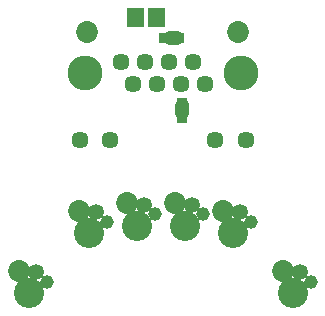
<source format=gbr>
G04 start of page 9 for group -4062 idx -4062 *
G04 Title: (unknown), soldermask *
G04 Creator: pcb 4.2.0 *
G04 CreationDate: Sun Sep  6 18:52:41 2020 UTC *
G04 For: commonadmin *
G04 Format: Gerber/RS-274X *
G04 PCB-Dimensions (mil): 1250.00 1500.00 *
G04 PCB-Coordinate-Origin: lower left *
%MOIN*%
%FSLAX25Y25*%
%LNBOTTOMMASK*%
%ADD94C,0.0200*%
%ADD93C,0.0001*%
%ADD92C,0.1162*%
%ADD91C,0.0572*%
%ADD90C,0.0454*%
%ADD89C,0.0532*%
%ADD88C,0.0729*%
%ADD87C,0.1005*%
G54D87*X20000Y20000D03*
G54D88*X16457Y27480D03*
G54D89*X22362Y27087D03*
G54D90*X25906Y23937D03*
G54D87*X108000Y20000D03*
G54D88*X104457Y27480D03*
G54D89*X110362Y27087D03*
G54D90*X113906Y23937D03*
G54D87*X72000Y42500D03*
X88000Y40000D03*
G54D90*X93906Y43937D03*
G54D87*X56000Y42500D03*
X40000Y40000D03*
G54D90*X45906Y43937D03*
G54D89*X74362Y49587D03*
G54D90*X77906Y46437D03*
G54D88*X84457Y47480D03*
G54D89*X90362Y47087D03*
G54D88*X68457Y49980D03*
X52457D03*
G54D89*X58362Y49587D03*
G54D90*X61906Y46437D03*
G54D88*X36457Y47480D03*
G54D89*X42362Y47087D03*
G54D91*X82035Y71020D03*
X92075D03*
G54D88*X89713Y107004D03*
X39319D03*
G54D92*X38531Y93500D03*
G54D91*X36957Y71020D03*
X46996D03*
G54D92*X90500Y93500D03*
G54D91*X74555Y97043D03*
X78571Y89957D03*
X66524Y97043D03*
X58492D03*
X50461D03*
X62508Y89957D03*
X54476D03*
X70539D03*
G54D93*G36*
X58273Y115252D02*X52555D01*
Y108748D01*
X58273D01*
Y115252D01*
G37*
G36*
X65359D02*X59641D01*
Y108748D01*
X65359D01*
Y115252D01*
G37*
G54D94*X66431Y106500D02*X69431D01*
X70131Y105800D01*
G54D93*G36*
X69131Y106800D02*Y104800D01*
X71631D01*
Y106800D01*
X69131D01*
G37*
G54D94*X68531Y105900D02*X69131Y106500D01*
X67931D02*X68531Y105900D01*
X65731Y105800D02*X66431Y106500D01*
G54D93*G36*
X63231Y106800D02*Y104800D01*
X66731D01*
Y106800D01*
X63231D01*
G37*
G54D94*X66731Y106500D02*X67331Y105900D01*
X67931Y106500D01*
X66431Y103900D02*X69531D01*
X66431D02*X66631D01*
X69531D02*X70131Y104500D01*
G54D93*G36*
X69131Y105500D02*Y103500D01*
X71631D01*
Y105500D01*
X69131D01*
G37*
G54D94*X65831Y104500D02*X66431Y103900D01*
G54D93*G36*
X63231Y105500D02*Y103500D01*
X66831D01*
Y105500D01*
X63231D01*
G37*
G54D94*X66631Y103900D02*X67331Y104600D01*
X68031Y103900D01*
X67831D02*X68531Y104600D01*
X69231Y103900D01*
X69531Y82900D02*Y79900D01*
Y82900D02*X70231Y83600D01*
G54D93*G36*
X71231Y85100D02*X69231D01*
Y82600D01*
X71231D01*
Y85100D01*
G37*
G54D94*X69531Y82600D02*X70131Y82000D01*
X69531Y81400D02*X70131Y82000D01*
X69531Y79900D02*X70231Y79200D01*
G54D93*G36*
X71231Y80200D02*X69231D01*
Y76700D01*
X71231D01*
Y80200D01*
G37*
G54D94*X69531D02*X70131Y80800D01*
X69531Y81400D02*X70131Y80800D01*
X72131Y83000D02*Y79900D01*
Y80100D02*Y79900D01*
X71531Y83600D02*X72131Y83000D01*
G54D93*G36*
X72531Y85100D02*X70531D01*
Y82600D01*
X72531D01*
Y85100D01*
G37*
G54D94*X71531Y79300D02*X72131Y79900D01*
G54D93*G36*
X72531Y80300D02*X70531D01*
Y76700D01*
X72531D01*
Y80300D01*
G37*
G54D94*X71431Y80800D02*X72131Y80100D01*
X71431Y80800D02*X72131Y81500D01*
X71431Y82000D02*X72131Y81300D01*
X71431Y82000D02*X72131Y82700D01*
M02*

</source>
